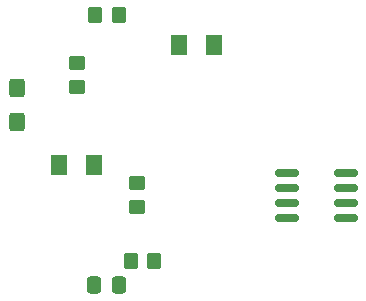
<source format=gbr>
%TF.GenerationSoftware,KiCad,Pcbnew,7.0.8*%
%TF.CreationDate,2023-10-19T22:14:58-07:00*%
%TF.ProjectId,Lab 2,4c616220-322e-46b6-9963-61645f706362,rev?*%
%TF.SameCoordinates,Original*%
%TF.FileFunction,Paste,Top*%
%TF.FilePolarity,Positive*%
%FSLAX46Y46*%
G04 Gerber Fmt 4.6, Leading zero omitted, Abs format (unit mm)*
G04 Created by KiCad (PCBNEW 7.0.8) date 2023-10-19 22:14:58*
%MOMM*%
%LPD*%
G01*
G04 APERTURE LIST*
G04 Aperture macros list*
%AMRoundRect*
0 Rectangle with rounded corners*
0 $1 Rounding radius*
0 $2 $3 $4 $5 $6 $7 $8 $9 X,Y pos of 4 corners*
0 Add a 4 corners polygon primitive as box body*
4,1,4,$2,$3,$4,$5,$6,$7,$8,$9,$2,$3,0*
0 Add four circle primitives for the rounded corners*
1,1,$1+$1,$2,$3*
1,1,$1+$1,$4,$5*
1,1,$1+$1,$6,$7*
1,1,$1+$1,$8,$9*
0 Add four rect primitives between the rounded corners*
20,1,$1+$1,$2,$3,$4,$5,0*
20,1,$1+$1,$4,$5,$6,$7,0*
20,1,$1+$1,$6,$7,$8,$9,0*
20,1,$1+$1,$8,$9,$2,$3,0*%
G04 Aperture macros list end*
%ADD10RoundRect,0.250000X0.350000X0.450000X-0.350000X0.450000X-0.350000X-0.450000X0.350000X-0.450000X0*%
%ADD11RoundRect,0.250000X0.337500X0.475000X-0.337500X0.475000X-0.337500X-0.475000X0.337500X-0.475000X0*%
%ADD12RoundRect,0.250000X-0.450000X0.350000X-0.450000X-0.350000X0.450000X-0.350000X0.450000X0.350000X0*%
%ADD13RoundRect,0.250001X-0.462499X-0.624999X0.462499X-0.624999X0.462499X0.624999X-0.462499X0.624999X0*%
%ADD14RoundRect,0.250000X-0.425000X0.537500X-0.425000X-0.537500X0.425000X-0.537500X0.425000X0.537500X0*%
%ADD15RoundRect,0.150000X-0.825000X-0.150000X0.825000X-0.150000X0.825000X0.150000X-0.825000X0.150000X0*%
G04 APERTURE END LIST*
D10*
%TO.C,R4*%
X87847500Y-102112500D03*
X85847500Y-102112500D03*
%TD*%
D11*
%TO.C,C2*%
X84857500Y-104140000D03*
X82782500Y-104140000D03*
%TD*%
D12*
%TO.C,R2*%
X81280000Y-85360000D03*
X81280000Y-87360000D03*
%TD*%
D10*
%TO.C,R1*%
X84820000Y-81280000D03*
X82820000Y-81280000D03*
%TD*%
D13*
%TO.C,D1*%
X89952500Y-83820000D03*
X92927500Y-83820000D03*
%TD*%
%TO.C,D2*%
X79792500Y-93980000D03*
X82767500Y-93980000D03*
%TD*%
D14*
%TO.C,C1*%
X76200000Y-87462500D03*
X76200000Y-90337500D03*
%TD*%
D15*
%TO.C,U1*%
X99125000Y-94615000D03*
X99125000Y-95885000D03*
X99125000Y-97155000D03*
X99125000Y-98425000D03*
X104075000Y-98425000D03*
X104075000Y-97155000D03*
X104075000Y-95885000D03*
X104075000Y-94615000D03*
%TD*%
D12*
%TO.C,R3*%
X86360000Y-95520000D03*
X86360000Y-97520000D03*
%TD*%
M02*

</source>
